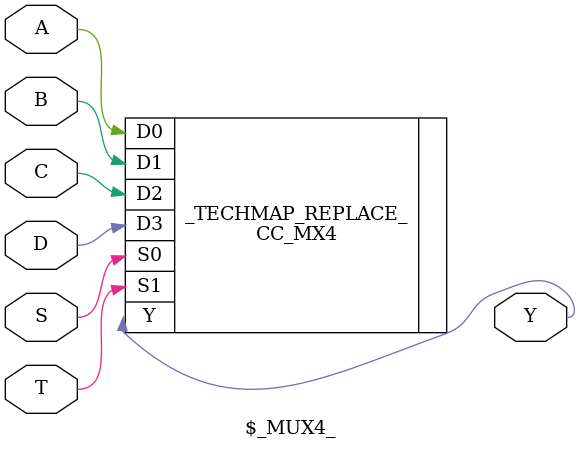
<source format=v>

/*
 *  yosys -- Yosys Open SYnthesis Suite
 *
 *  Copyright (C) 2021  Cologne Chip AG <support@colognechip.com>
 *
 *  Permission to use, copy, modify, and/or distribute this software for any
 *  purpose with or without fee is hereby granted, provided that the above
 *  copyright notice and this permission notice appear in all copies.
 *
 *  THE SOFTWARE IS PROVIDED "AS IS" AND THE AUTHOR DISCLAIMS ALL WARRANTIES
 *  WITH REGARD TO THIS SOFTWARE INCLUDING ALL IMPLIED WARRANTIES OF
 *  MERCHANTABILITY AND FITNESS. IN NO EVENT SHALL THE AUTHOR BE LIABLE FOR
 *  ANY SPECIAL, DIRECT, INDIRECT, OR CONSEQUENTIAL DAMAGES OR ANY DAMAGES
 *  WHATSOEVER RESULTING FROM LOSS OF USE, DATA OR PROFITS, WHETHER IN AN
 *  ACTION OF CONTRACT, NEGLIGENCE OR OTHER TORTIOUS ACTION, ARISING OUT OF
 *  OR IN CONNECTION WITH THE USE OR PERFORMANCE OF THIS SOFTWARE.
 *
 */

module \$_MUX8_ (A, B, C, D, E, F, G, H, S, T, U, Y);
	input  A, B, C, D, E, F, G, H, S, T, U;
	output Y;

	CC_MX8 _TECHMAP_REPLACE_ (
		.D0(A), .D1(B), .D2(C), .D3(D),
		.D4(E), .D5(F), .D6(G), .D7(H),
		.S0(S), .S1(T), .S2(U),
		.Y(Y)
	);

endmodule

module \$_MUX4_ (A, B, C, D, S, T, Y);
	input  A, B, C, D, S, T;
	output Y;

	CC_MX4 _TECHMAP_REPLACE_ (
		.D0(A), .D1(B), .D2(C), .D3(D),
		.S0(S), .S1(T),
		.Y(Y)
	);

endmodule

/*
module \$_MUX_ (A, B, S, Y);
	input  A, B, S;
	output Y;

	CC_MX2 _TECHMAP_REPLACE_ (
		.D0(A), .D1(B), .S0(S),
		.Y(Y)
	);

endmodule
*/

</source>
